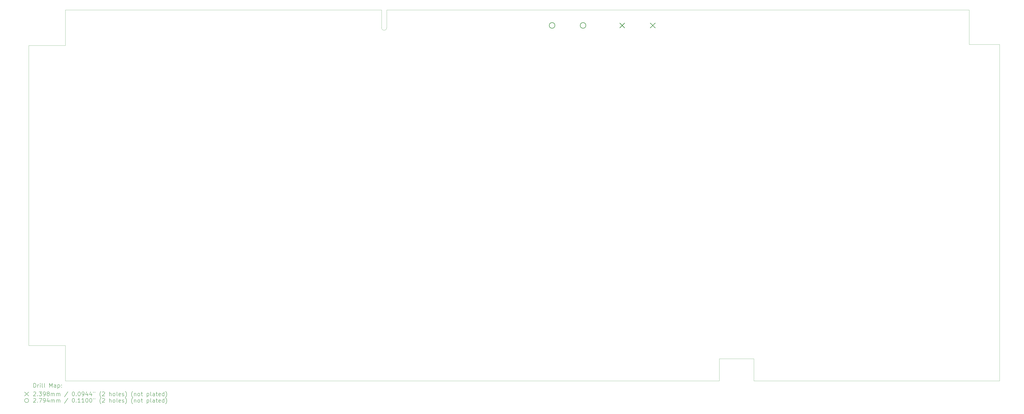
<source format=gbr>
%TF.GenerationSoftware,KiCad,Pcbnew,7.0.1-0*%
%TF.CreationDate,2023-07-16T16:39:23+03:00*%
%TF.ProjectId,HC2000,48433230-3030-42e6-9b69-6361645f7063,rev?*%
%TF.SameCoordinates,Original*%
%TF.FileFunction,Drillmap*%
%TF.FilePolarity,Positive*%
%FSLAX45Y45*%
G04 Gerber Fmt 4.5, Leading zero omitted, Abs format (unit mm)*
G04 Created by KiCad (PCBNEW 7.0.1-0) date 2023-07-16 16:39:23*
%MOMM*%
%LPD*%
G01*
G04 APERTURE LIST*
%ADD10C,0.100000*%
%ADD11C,0.200000*%
%ADD12C,0.239776*%
%ADD13C,0.279400*%
G04 APERTURE END LIST*
D10*
X44000000Y-27200000D02*
X44000000Y-28300000D01*
X56300000Y-11700000D02*
X56300000Y-10000000D01*
X45700000Y-28300000D02*
X45700000Y-27200000D01*
X11800000Y-26550000D02*
X10000000Y-26550000D01*
X11800000Y-28300000D02*
X44000000Y-28300000D01*
X57800000Y-11700000D02*
X57800000Y-28300000D01*
X11800000Y-11750000D02*
X10000000Y-11750000D01*
X45700000Y-27200000D02*
X44000000Y-27200000D01*
X10000000Y-11750000D02*
X10000000Y-26550000D01*
X11800000Y-10000000D02*
X11800000Y-11750000D01*
X27371000Y-10000000D02*
X27371000Y-10873000D01*
X27371000Y-10000000D02*
X11800000Y-10000000D01*
X27625000Y-10000000D02*
X56300000Y-10000000D01*
X27371000Y-10873000D02*
G75*
G03*
X27625000Y-10873000I127000J0D01*
G01*
X57800000Y-11700000D02*
X56300000Y-11700000D01*
X27625000Y-10873000D02*
X27625000Y-10000000D01*
X11800000Y-28300000D02*
X11800000Y-26550000D01*
X57800000Y-28300000D02*
X45700000Y-28300000D01*
D11*
D12*
X39099704Y-10642112D02*
X39339480Y-10881888D01*
X39339480Y-10642112D02*
X39099704Y-10881888D01*
X40599320Y-10642112D02*
X40839096Y-10881888D01*
X40839096Y-10642112D02*
X40599320Y-10881888D01*
D13*
X35907300Y-10762000D02*
G75*
G03*
X35907300Y-10762000I-139700J0D01*
G01*
X37431300Y-10762000D02*
G75*
G03*
X37431300Y-10762000I-139700J0D01*
G01*
D11*
X10242619Y-28617524D02*
X10242619Y-28417524D01*
X10242619Y-28417524D02*
X10290238Y-28417524D01*
X10290238Y-28417524D02*
X10318810Y-28427048D01*
X10318810Y-28427048D02*
X10337857Y-28446095D01*
X10337857Y-28446095D02*
X10347381Y-28465143D01*
X10347381Y-28465143D02*
X10356905Y-28503238D01*
X10356905Y-28503238D02*
X10356905Y-28531809D01*
X10356905Y-28531809D02*
X10347381Y-28569905D01*
X10347381Y-28569905D02*
X10337857Y-28588952D01*
X10337857Y-28588952D02*
X10318810Y-28608000D01*
X10318810Y-28608000D02*
X10290238Y-28617524D01*
X10290238Y-28617524D02*
X10242619Y-28617524D01*
X10442619Y-28617524D02*
X10442619Y-28484190D01*
X10442619Y-28522286D02*
X10452143Y-28503238D01*
X10452143Y-28503238D02*
X10461667Y-28493714D01*
X10461667Y-28493714D02*
X10480714Y-28484190D01*
X10480714Y-28484190D02*
X10499762Y-28484190D01*
X10566429Y-28617524D02*
X10566429Y-28484190D01*
X10566429Y-28417524D02*
X10556905Y-28427048D01*
X10556905Y-28427048D02*
X10566429Y-28436571D01*
X10566429Y-28436571D02*
X10575952Y-28427048D01*
X10575952Y-28427048D02*
X10566429Y-28417524D01*
X10566429Y-28417524D02*
X10566429Y-28436571D01*
X10690238Y-28617524D02*
X10671190Y-28608000D01*
X10671190Y-28608000D02*
X10661667Y-28588952D01*
X10661667Y-28588952D02*
X10661667Y-28417524D01*
X10795000Y-28617524D02*
X10775952Y-28608000D01*
X10775952Y-28608000D02*
X10766429Y-28588952D01*
X10766429Y-28588952D02*
X10766429Y-28417524D01*
X11023571Y-28617524D02*
X11023571Y-28417524D01*
X11023571Y-28417524D02*
X11090238Y-28560381D01*
X11090238Y-28560381D02*
X11156905Y-28417524D01*
X11156905Y-28417524D02*
X11156905Y-28617524D01*
X11337857Y-28617524D02*
X11337857Y-28512762D01*
X11337857Y-28512762D02*
X11328333Y-28493714D01*
X11328333Y-28493714D02*
X11309286Y-28484190D01*
X11309286Y-28484190D02*
X11271190Y-28484190D01*
X11271190Y-28484190D02*
X11252143Y-28493714D01*
X11337857Y-28608000D02*
X11318809Y-28617524D01*
X11318809Y-28617524D02*
X11271190Y-28617524D01*
X11271190Y-28617524D02*
X11252143Y-28608000D01*
X11252143Y-28608000D02*
X11242619Y-28588952D01*
X11242619Y-28588952D02*
X11242619Y-28569905D01*
X11242619Y-28569905D02*
X11252143Y-28550857D01*
X11252143Y-28550857D02*
X11271190Y-28541333D01*
X11271190Y-28541333D02*
X11318809Y-28541333D01*
X11318809Y-28541333D02*
X11337857Y-28531809D01*
X11433095Y-28484190D02*
X11433095Y-28684190D01*
X11433095Y-28493714D02*
X11452143Y-28484190D01*
X11452143Y-28484190D02*
X11490238Y-28484190D01*
X11490238Y-28484190D02*
X11509286Y-28493714D01*
X11509286Y-28493714D02*
X11518809Y-28503238D01*
X11518809Y-28503238D02*
X11528333Y-28522286D01*
X11528333Y-28522286D02*
X11528333Y-28579428D01*
X11528333Y-28579428D02*
X11518809Y-28598476D01*
X11518809Y-28598476D02*
X11509286Y-28608000D01*
X11509286Y-28608000D02*
X11490238Y-28617524D01*
X11490238Y-28617524D02*
X11452143Y-28617524D01*
X11452143Y-28617524D02*
X11433095Y-28608000D01*
X11614048Y-28598476D02*
X11623571Y-28608000D01*
X11623571Y-28608000D02*
X11614048Y-28617524D01*
X11614048Y-28617524D02*
X11604524Y-28608000D01*
X11604524Y-28608000D02*
X11614048Y-28598476D01*
X11614048Y-28598476D02*
X11614048Y-28617524D01*
X11614048Y-28493714D02*
X11623571Y-28503238D01*
X11623571Y-28503238D02*
X11614048Y-28512762D01*
X11614048Y-28512762D02*
X11604524Y-28503238D01*
X11604524Y-28503238D02*
X11614048Y-28493714D01*
X11614048Y-28493714D02*
X11614048Y-28512762D01*
X9795000Y-28845000D02*
X9995000Y-29045000D01*
X9995000Y-28845000D02*
X9795000Y-29045000D01*
X10233095Y-28856571D02*
X10242619Y-28847048D01*
X10242619Y-28847048D02*
X10261667Y-28837524D01*
X10261667Y-28837524D02*
X10309286Y-28837524D01*
X10309286Y-28837524D02*
X10328333Y-28847048D01*
X10328333Y-28847048D02*
X10337857Y-28856571D01*
X10337857Y-28856571D02*
X10347381Y-28875619D01*
X10347381Y-28875619D02*
X10347381Y-28894667D01*
X10347381Y-28894667D02*
X10337857Y-28923238D01*
X10337857Y-28923238D02*
X10223571Y-29037524D01*
X10223571Y-29037524D02*
X10347381Y-29037524D01*
X10433095Y-29018476D02*
X10442619Y-29028000D01*
X10442619Y-29028000D02*
X10433095Y-29037524D01*
X10433095Y-29037524D02*
X10423571Y-29028000D01*
X10423571Y-29028000D02*
X10433095Y-29018476D01*
X10433095Y-29018476D02*
X10433095Y-29037524D01*
X10509286Y-28837524D02*
X10633095Y-28837524D01*
X10633095Y-28837524D02*
X10566429Y-28913714D01*
X10566429Y-28913714D02*
X10595000Y-28913714D01*
X10595000Y-28913714D02*
X10614048Y-28923238D01*
X10614048Y-28923238D02*
X10623571Y-28932762D01*
X10623571Y-28932762D02*
X10633095Y-28951809D01*
X10633095Y-28951809D02*
X10633095Y-28999428D01*
X10633095Y-28999428D02*
X10623571Y-29018476D01*
X10623571Y-29018476D02*
X10614048Y-29028000D01*
X10614048Y-29028000D02*
X10595000Y-29037524D01*
X10595000Y-29037524D02*
X10537857Y-29037524D01*
X10537857Y-29037524D02*
X10518810Y-29028000D01*
X10518810Y-29028000D02*
X10509286Y-29018476D01*
X10728333Y-29037524D02*
X10766429Y-29037524D01*
X10766429Y-29037524D02*
X10785476Y-29028000D01*
X10785476Y-29028000D02*
X10795000Y-29018476D01*
X10795000Y-29018476D02*
X10814048Y-28989905D01*
X10814048Y-28989905D02*
X10823571Y-28951809D01*
X10823571Y-28951809D02*
X10823571Y-28875619D01*
X10823571Y-28875619D02*
X10814048Y-28856571D01*
X10814048Y-28856571D02*
X10804524Y-28847048D01*
X10804524Y-28847048D02*
X10785476Y-28837524D01*
X10785476Y-28837524D02*
X10747381Y-28837524D01*
X10747381Y-28837524D02*
X10728333Y-28847048D01*
X10728333Y-28847048D02*
X10718810Y-28856571D01*
X10718810Y-28856571D02*
X10709286Y-28875619D01*
X10709286Y-28875619D02*
X10709286Y-28923238D01*
X10709286Y-28923238D02*
X10718810Y-28942286D01*
X10718810Y-28942286D02*
X10728333Y-28951809D01*
X10728333Y-28951809D02*
X10747381Y-28961333D01*
X10747381Y-28961333D02*
X10785476Y-28961333D01*
X10785476Y-28961333D02*
X10804524Y-28951809D01*
X10804524Y-28951809D02*
X10814048Y-28942286D01*
X10814048Y-28942286D02*
X10823571Y-28923238D01*
X10937857Y-28923238D02*
X10918810Y-28913714D01*
X10918810Y-28913714D02*
X10909286Y-28904190D01*
X10909286Y-28904190D02*
X10899762Y-28885143D01*
X10899762Y-28885143D02*
X10899762Y-28875619D01*
X10899762Y-28875619D02*
X10909286Y-28856571D01*
X10909286Y-28856571D02*
X10918810Y-28847048D01*
X10918810Y-28847048D02*
X10937857Y-28837524D01*
X10937857Y-28837524D02*
X10975952Y-28837524D01*
X10975952Y-28837524D02*
X10995000Y-28847048D01*
X10995000Y-28847048D02*
X11004524Y-28856571D01*
X11004524Y-28856571D02*
X11014048Y-28875619D01*
X11014048Y-28875619D02*
X11014048Y-28885143D01*
X11014048Y-28885143D02*
X11004524Y-28904190D01*
X11004524Y-28904190D02*
X10995000Y-28913714D01*
X10995000Y-28913714D02*
X10975952Y-28923238D01*
X10975952Y-28923238D02*
X10937857Y-28923238D01*
X10937857Y-28923238D02*
X10918810Y-28932762D01*
X10918810Y-28932762D02*
X10909286Y-28942286D01*
X10909286Y-28942286D02*
X10899762Y-28961333D01*
X10899762Y-28961333D02*
X10899762Y-28999428D01*
X10899762Y-28999428D02*
X10909286Y-29018476D01*
X10909286Y-29018476D02*
X10918810Y-29028000D01*
X10918810Y-29028000D02*
X10937857Y-29037524D01*
X10937857Y-29037524D02*
X10975952Y-29037524D01*
X10975952Y-29037524D02*
X10995000Y-29028000D01*
X10995000Y-29028000D02*
X11004524Y-29018476D01*
X11004524Y-29018476D02*
X11014048Y-28999428D01*
X11014048Y-28999428D02*
X11014048Y-28961333D01*
X11014048Y-28961333D02*
X11004524Y-28942286D01*
X11004524Y-28942286D02*
X10995000Y-28932762D01*
X10995000Y-28932762D02*
X10975952Y-28923238D01*
X11099762Y-29037524D02*
X11099762Y-28904190D01*
X11099762Y-28923238D02*
X11109286Y-28913714D01*
X11109286Y-28913714D02*
X11128333Y-28904190D01*
X11128333Y-28904190D02*
X11156905Y-28904190D01*
X11156905Y-28904190D02*
X11175952Y-28913714D01*
X11175952Y-28913714D02*
X11185476Y-28932762D01*
X11185476Y-28932762D02*
X11185476Y-29037524D01*
X11185476Y-28932762D02*
X11195000Y-28913714D01*
X11195000Y-28913714D02*
X11214048Y-28904190D01*
X11214048Y-28904190D02*
X11242619Y-28904190D01*
X11242619Y-28904190D02*
X11261667Y-28913714D01*
X11261667Y-28913714D02*
X11271190Y-28932762D01*
X11271190Y-28932762D02*
X11271190Y-29037524D01*
X11366429Y-29037524D02*
X11366429Y-28904190D01*
X11366429Y-28923238D02*
X11375952Y-28913714D01*
X11375952Y-28913714D02*
X11395000Y-28904190D01*
X11395000Y-28904190D02*
X11423571Y-28904190D01*
X11423571Y-28904190D02*
X11442619Y-28913714D01*
X11442619Y-28913714D02*
X11452143Y-28932762D01*
X11452143Y-28932762D02*
X11452143Y-29037524D01*
X11452143Y-28932762D02*
X11461667Y-28913714D01*
X11461667Y-28913714D02*
X11480714Y-28904190D01*
X11480714Y-28904190D02*
X11509286Y-28904190D01*
X11509286Y-28904190D02*
X11528333Y-28913714D01*
X11528333Y-28913714D02*
X11537857Y-28932762D01*
X11537857Y-28932762D02*
X11537857Y-29037524D01*
X11928333Y-28828000D02*
X11756905Y-29085143D01*
X12185476Y-28837524D02*
X12204524Y-28837524D01*
X12204524Y-28837524D02*
X12223572Y-28847048D01*
X12223572Y-28847048D02*
X12233095Y-28856571D01*
X12233095Y-28856571D02*
X12242619Y-28875619D01*
X12242619Y-28875619D02*
X12252143Y-28913714D01*
X12252143Y-28913714D02*
X12252143Y-28961333D01*
X12252143Y-28961333D02*
X12242619Y-28999428D01*
X12242619Y-28999428D02*
X12233095Y-29018476D01*
X12233095Y-29018476D02*
X12223572Y-29028000D01*
X12223572Y-29028000D02*
X12204524Y-29037524D01*
X12204524Y-29037524D02*
X12185476Y-29037524D01*
X12185476Y-29037524D02*
X12166429Y-29028000D01*
X12166429Y-29028000D02*
X12156905Y-29018476D01*
X12156905Y-29018476D02*
X12147381Y-28999428D01*
X12147381Y-28999428D02*
X12137857Y-28961333D01*
X12137857Y-28961333D02*
X12137857Y-28913714D01*
X12137857Y-28913714D02*
X12147381Y-28875619D01*
X12147381Y-28875619D02*
X12156905Y-28856571D01*
X12156905Y-28856571D02*
X12166429Y-28847048D01*
X12166429Y-28847048D02*
X12185476Y-28837524D01*
X12337857Y-29018476D02*
X12347381Y-29028000D01*
X12347381Y-29028000D02*
X12337857Y-29037524D01*
X12337857Y-29037524D02*
X12328333Y-29028000D01*
X12328333Y-29028000D02*
X12337857Y-29018476D01*
X12337857Y-29018476D02*
X12337857Y-29037524D01*
X12471191Y-28837524D02*
X12490238Y-28837524D01*
X12490238Y-28837524D02*
X12509286Y-28847048D01*
X12509286Y-28847048D02*
X12518810Y-28856571D01*
X12518810Y-28856571D02*
X12528333Y-28875619D01*
X12528333Y-28875619D02*
X12537857Y-28913714D01*
X12537857Y-28913714D02*
X12537857Y-28961333D01*
X12537857Y-28961333D02*
X12528333Y-28999428D01*
X12528333Y-28999428D02*
X12518810Y-29018476D01*
X12518810Y-29018476D02*
X12509286Y-29028000D01*
X12509286Y-29028000D02*
X12490238Y-29037524D01*
X12490238Y-29037524D02*
X12471191Y-29037524D01*
X12471191Y-29037524D02*
X12452143Y-29028000D01*
X12452143Y-29028000D02*
X12442619Y-29018476D01*
X12442619Y-29018476D02*
X12433095Y-28999428D01*
X12433095Y-28999428D02*
X12423572Y-28961333D01*
X12423572Y-28961333D02*
X12423572Y-28913714D01*
X12423572Y-28913714D02*
X12433095Y-28875619D01*
X12433095Y-28875619D02*
X12442619Y-28856571D01*
X12442619Y-28856571D02*
X12452143Y-28847048D01*
X12452143Y-28847048D02*
X12471191Y-28837524D01*
X12633095Y-29037524D02*
X12671191Y-29037524D01*
X12671191Y-29037524D02*
X12690238Y-29028000D01*
X12690238Y-29028000D02*
X12699762Y-29018476D01*
X12699762Y-29018476D02*
X12718810Y-28989905D01*
X12718810Y-28989905D02*
X12728333Y-28951809D01*
X12728333Y-28951809D02*
X12728333Y-28875619D01*
X12728333Y-28875619D02*
X12718810Y-28856571D01*
X12718810Y-28856571D02*
X12709286Y-28847048D01*
X12709286Y-28847048D02*
X12690238Y-28837524D01*
X12690238Y-28837524D02*
X12652143Y-28837524D01*
X12652143Y-28837524D02*
X12633095Y-28847048D01*
X12633095Y-28847048D02*
X12623572Y-28856571D01*
X12623572Y-28856571D02*
X12614048Y-28875619D01*
X12614048Y-28875619D02*
X12614048Y-28923238D01*
X12614048Y-28923238D02*
X12623572Y-28942286D01*
X12623572Y-28942286D02*
X12633095Y-28951809D01*
X12633095Y-28951809D02*
X12652143Y-28961333D01*
X12652143Y-28961333D02*
X12690238Y-28961333D01*
X12690238Y-28961333D02*
X12709286Y-28951809D01*
X12709286Y-28951809D02*
X12718810Y-28942286D01*
X12718810Y-28942286D02*
X12728333Y-28923238D01*
X12899762Y-28904190D02*
X12899762Y-29037524D01*
X12852143Y-28828000D02*
X12804524Y-28970857D01*
X12804524Y-28970857D02*
X12928333Y-28970857D01*
X13090238Y-28904190D02*
X13090238Y-29037524D01*
X13042619Y-28828000D02*
X12995000Y-28970857D01*
X12995000Y-28970857D02*
X13118810Y-28970857D01*
X13185476Y-28837524D02*
X13185476Y-28875619D01*
X13261667Y-28837524D02*
X13261667Y-28875619D01*
X13556905Y-29113714D02*
X13547381Y-29104190D01*
X13547381Y-29104190D02*
X13528334Y-29075619D01*
X13528334Y-29075619D02*
X13518810Y-29056571D01*
X13518810Y-29056571D02*
X13509286Y-29028000D01*
X13509286Y-29028000D02*
X13499762Y-28980381D01*
X13499762Y-28980381D02*
X13499762Y-28942286D01*
X13499762Y-28942286D02*
X13509286Y-28894667D01*
X13509286Y-28894667D02*
X13518810Y-28866095D01*
X13518810Y-28866095D02*
X13528334Y-28847048D01*
X13528334Y-28847048D02*
X13547381Y-28818476D01*
X13547381Y-28818476D02*
X13556905Y-28808952D01*
X13623572Y-28856571D02*
X13633095Y-28847048D01*
X13633095Y-28847048D02*
X13652143Y-28837524D01*
X13652143Y-28837524D02*
X13699762Y-28837524D01*
X13699762Y-28837524D02*
X13718810Y-28847048D01*
X13718810Y-28847048D02*
X13728334Y-28856571D01*
X13728334Y-28856571D02*
X13737857Y-28875619D01*
X13737857Y-28875619D02*
X13737857Y-28894667D01*
X13737857Y-28894667D02*
X13728334Y-28923238D01*
X13728334Y-28923238D02*
X13614048Y-29037524D01*
X13614048Y-29037524D02*
X13737857Y-29037524D01*
X13975953Y-29037524D02*
X13975953Y-28837524D01*
X14061667Y-29037524D02*
X14061667Y-28932762D01*
X14061667Y-28932762D02*
X14052143Y-28913714D01*
X14052143Y-28913714D02*
X14033096Y-28904190D01*
X14033096Y-28904190D02*
X14004524Y-28904190D01*
X14004524Y-28904190D02*
X13985476Y-28913714D01*
X13985476Y-28913714D02*
X13975953Y-28923238D01*
X14185476Y-29037524D02*
X14166429Y-29028000D01*
X14166429Y-29028000D02*
X14156905Y-29018476D01*
X14156905Y-29018476D02*
X14147381Y-28999428D01*
X14147381Y-28999428D02*
X14147381Y-28942286D01*
X14147381Y-28942286D02*
X14156905Y-28923238D01*
X14156905Y-28923238D02*
X14166429Y-28913714D01*
X14166429Y-28913714D02*
X14185476Y-28904190D01*
X14185476Y-28904190D02*
X14214048Y-28904190D01*
X14214048Y-28904190D02*
X14233096Y-28913714D01*
X14233096Y-28913714D02*
X14242619Y-28923238D01*
X14242619Y-28923238D02*
X14252143Y-28942286D01*
X14252143Y-28942286D02*
X14252143Y-28999428D01*
X14252143Y-28999428D02*
X14242619Y-29018476D01*
X14242619Y-29018476D02*
X14233096Y-29028000D01*
X14233096Y-29028000D02*
X14214048Y-29037524D01*
X14214048Y-29037524D02*
X14185476Y-29037524D01*
X14366429Y-29037524D02*
X14347381Y-29028000D01*
X14347381Y-29028000D02*
X14337857Y-29008952D01*
X14337857Y-29008952D02*
X14337857Y-28837524D01*
X14518810Y-29028000D02*
X14499762Y-29037524D01*
X14499762Y-29037524D02*
X14461667Y-29037524D01*
X14461667Y-29037524D02*
X14442619Y-29028000D01*
X14442619Y-29028000D02*
X14433096Y-29008952D01*
X14433096Y-29008952D02*
X14433096Y-28932762D01*
X14433096Y-28932762D02*
X14442619Y-28913714D01*
X14442619Y-28913714D02*
X14461667Y-28904190D01*
X14461667Y-28904190D02*
X14499762Y-28904190D01*
X14499762Y-28904190D02*
X14518810Y-28913714D01*
X14518810Y-28913714D02*
X14528334Y-28932762D01*
X14528334Y-28932762D02*
X14528334Y-28951809D01*
X14528334Y-28951809D02*
X14433096Y-28970857D01*
X14604524Y-29028000D02*
X14623572Y-29037524D01*
X14623572Y-29037524D02*
X14661667Y-29037524D01*
X14661667Y-29037524D02*
X14680715Y-29028000D01*
X14680715Y-29028000D02*
X14690238Y-29008952D01*
X14690238Y-29008952D02*
X14690238Y-28999428D01*
X14690238Y-28999428D02*
X14680715Y-28980381D01*
X14680715Y-28980381D02*
X14661667Y-28970857D01*
X14661667Y-28970857D02*
X14633096Y-28970857D01*
X14633096Y-28970857D02*
X14614048Y-28961333D01*
X14614048Y-28961333D02*
X14604524Y-28942286D01*
X14604524Y-28942286D02*
X14604524Y-28932762D01*
X14604524Y-28932762D02*
X14614048Y-28913714D01*
X14614048Y-28913714D02*
X14633096Y-28904190D01*
X14633096Y-28904190D02*
X14661667Y-28904190D01*
X14661667Y-28904190D02*
X14680715Y-28913714D01*
X14756905Y-29113714D02*
X14766429Y-29104190D01*
X14766429Y-29104190D02*
X14785477Y-29075619D01*
X14785477Y-29075619D02*
X14795000Y-29056571D01*
X14795000Y-29056571D02*
X14804524Y-29028000D01*
X14804524Y-29028000D02*
X14814048Y-28980381D01*
X14814048Y-28980381D02*
X14814048Y-28942286D01*
X14814048Y-28942286D02*
X14804524Y-28894667D01*
X14804524Y-28894667D02*
X14795000Y-28866095D01*
X14795000Y-28866095D02*
X14785477Y-28847048D01*
X14785477Y-28847048D02*
X14766429Y-28818476D01*
X14766429Y-28818476D02*
X14756905Y-28808952D01*
X15118810Y-29113714D02*
X15109286Y-29104190D01*
X15109286Y-29104190D02*
X15090238Y-29075619D01*
X15090238Y-29075619D02*
X15080715Y-29056571D01*
X15080715Y-29056571D02*
X15071191Y-29028000D01*
X15071191Y-29028000D02*
X15061667Y-28980381D01*
X15061667Y-28980381D02*
X15061667Y-28942286D01*
X15061667Y-28942286D02*
X15071191Y-28894667D01*
X15071191Y-28894667D02*
X15080715Y-28866095D01*
X15080715Y-28866095D02*
X15090238Y-28847048D01*
X15090238Y-28847048D02*
X15109286Y-28818476D01*
X15109286Y-28818476D02*
X15118810Y-28808952D01*
X15195000Y-28904190D02*
X15195000Y-29037524D01*
X15195000Y-28923238D02*
X15204524Y-28913714D01*
X15204524Y-28913714D02*
X15223572Y-28904190D01*
X15223572Y-28904190D02*
X15252143Y-28904190D01*
X15252143Y-28904190D02*
X15271191Y-28913714D01*
X15271191Y-28913714D02*
X15280715Y-28932762D01*
X15280715Y-28932762D02*
X15280715Y-29037524D01*
X15404524Y-29037524D02*
X15385477Y-29028000D01*
X15385477Y-29028000D02*
X15375953Y-29018476D01*
X15375953Y-29018476D02*
X15366429Y-28999428D01*
X15366429Y-28999428D02*
X15366429Y-28942286D01*
X15366429Y-28942286D02*
X15375953Y-28923238D01*
X15375953Y-28923238D02*
X15385477Y-28913714D01*
X15385477Y-28913714D02*
X15404524Y-28904190D01*
X15404524Y-28904190D02*
X15433096Y-28904190D01*
X15433096Y-28904190D02*
X15452143Y-28913714D01*
X15452143Y-28913714D02*
X15461667Y-28923238D01*
X15461667Y-28923238D02*
X15471191Y-28942286D01*
X15471191Y-28942286D02*
X15471191Y-28999428D01*
X15471191Y-28999428D02*
X15461667Y-29018476D01*
X15461667Y-29018476D02*
X15452143Y-29028000D01*
X15452143Y-29028000D02*
X15433096Y-29037524D01*
X15433096Y-29037524D02*
X15404524Y-29037524D01*
X15528334Y-28904190D02*
X15604524Y-28904190D01*
X15556905Y-28837524D02*
X15556905Y-29008952D01*
X15556905Y-29008952D02*
X15566429Y-29028000D01*
X15566429Y-29028000D02*
X15585477Y-29037524D01*
X15585477Y-29037524D02*
X15604524Y-29037524D01*
X15823572Y-28904190D02*
X15823572Y-29104190D01*
X15823572Y-28913714D02*
X15842619Y-28904190D01*
X15842619Y-28904190D02*
X15880715Y-28904190D01*
X15880715Y-28904190D02*
X15899762Y-28913714D01*
X15899762Y-28913714D02*
X15909286Y-28923238D01*
X15909286Y-28923238D02*
X15918810Y-28942286D01*
X15918810Y-28942286D02*
X15918810Y-28999428D01*
X15918810Y-28999428D02*
X15909286Y-29018476D01*
X15909286Y-29018476D02*
X15899762Y-29028000D01*
X15899762Y-29028000D02*
X15880715Y-29037524D01*
X15880715Y-29037524D02*
X15842619Y-29037524D01*
X15842619Y-29037524D02*
X15823572Y-29028000D01*
X16033096Y-29037524D02*
X16014048Y-29028000D01*
X16014048Y-29028000D02*
X16004524Y-29008952D01*
X16004524Y-29008952D02*
X16004524Y-28837524D01*
X16195000Y-29037524D02*
X16195000Y-28932762D01*
X16195000Y-28932762D02*
X16185477Y-28913714D01*
X16185477Y-28913714D02*
X16166429Y-28904190D01*
X16166429Y-28904190D02*
X16128334Y-28904190D01*
X16128334Y-28904190D02*
X16109286Y-28913714D01*
X16195000Y-29028000D02*
X16175953Y-29037524D01*
X16175953Y-29037524D02*
X16128334Y-29037524D01*
X16128334Y-29037524D02*
X16109286Y-29028000D01*
X16109286Y-29028000D02*
X16099762Y-29008952D01*
X16099762Y-29008952D02*
X16099762Y-28989905D01*
X16099762Y-28989905D02*
X16109286Y-28970857D01*
X16109286Y-28970857D02*
X16128334Y-28961333D01*
X16128334Y-28961333D02*
X16175953Y-28961333D01*
X16175953Y-28961333D02*
X16195000Y-28951809D01*
X16261667Y-28904190D02*
X16337858Y-28904190D01*
X16290239Y-28837524D02*
X16290239Y-29008952D01*
X16290239Y-29008952D02*
X16299762Y-29028000D01*
X16299762Y-29028000D02*
X16318810Y-29037524D01*
X16318810Y-29037524D02*
X16337858Y-29037524D01*
X16480715Y-29028000D02*
X16461667Y-29037524D01*
X16461667Y-29037524D02*
X16423572Y-29037524D01*
X16423572Y-29037524D02*
X16404524Y-29028000D01*
X16404524Y-29028000D02*
X16395000Y-29008952D01*
X16395000Y-29008952D02*
X16395000Y-28932762D01*
X16395000Y-28932762D02*
X16404524Y-28913714D01*
X16404524Y-28913714D02*
X16423572Y-28904190D01*
X16423572Y-28904190D02*
X16461667Y-28904190D01*
X16461667Y-28904190D02*
X16480715Y-28913714D01*
X16480715Y-28913714D02*
X16490239Y-28932762D01*
X16490239Y-28932762D02*
X16490239Y-28951809D01*
X16490239Y-28951809D02*
X16395000Y-28970857D01*
X16661667Y-29037524D02*
X16661667Y-28837524D01*
X16661667Y-29028000D02*
X16642620Y-29037524D01*
X16642620Y-29037524D02*
X16604524Y-29037524D01*
X16604524Y-29037524D02*
X16585477Y-29028000D01*
X16585477Y-29028000D02*
X16575953Y-29018476D01*
X16575953Y-29018476D02*
X16566429Y-28999428D01*
X16566429Y-28999428D02*
X16566429Y-28942286D01*
X16566429Y-28942286D02*
X16575953Y-28923238D01*
X16575953Y-28923238D02*
X16585477Y-28913714D01*
X16585477Y-28913714D02*
X16604524Y-28904190D01*
X16604524Y-28904190D02*
X16642620Y-28904190D01*
X16642620Y-28904190D02*
X16661667Y-28913714D01*
X16737858Y-29113714D02*
X16747381Y-29104190D01*
X16747381Y-29104190D02*
X16766429Y-29075619D01*
X16766429Y-29075619D02*
X16775953Y-29056571D01*
X16775953Y-29056571D02*
X16785477Y-29028000D01*
X16785477Y-29028000D02*
X16795001Y-28980381D01*
X16795001Y-28980381D02*
X16795001Y-28942286D01*
X16795001Y-28942286D02*
X16785477Y-28894667D01*
X16785477Y-28894667D02*
X16775953Y-28866095D01*
X16775953Y-28866095D02*
X16766429Y-28847048D01*
X16766429Y-28847048D02*
X16747381Y-28818476D01*
X16747381Y-28818476D02*
X16737858Y-28808952D01*
X9995000Y-29265000D02*
G75*
G03*
X9995000Y-29265000I-100000J0D01*
G01*
X10233095Y-29176571D02*
X10242619Y-29167048D01*
X10242619Y-29167048D02*
X10261667Y-29157524D01*
X10261667Y-29157524D02*
X10309286Y-29157524D01*
X10309286Y-29157524D02*
X10328333Y-29167048D01*
X10328333Y-29167048D02*
X10337857Y-29176571D01*
X10337857Y-29176571D02*
X10347381Y-29195619D01*
X10347381Y-29195619D02*
X10347381Y-29214667D01*
X10347381Y-29214667D02*
X10337857Y-29243238D01*
X10337857Y-29243238D02*
X10223571Y-29357524D01*
X10223571Y-29357524D02*
X10347381Y-29357524D01*
X10433095Y-29338476D02*
X10442619Y-29348000D01*
X10442619Y-29348000D02*
X10433095Y-29357524D01*
X10433095Y-29357524D02*
X10423571Y-29348000D01*
X10423571Y-29348000D02*
X10433095Y-29338476D01*
X10433095Y-29338476D02*
X10433095Y-29357524D01*
X10509286Y-29157524D02*
X10642619Y-29157524D01*
X10642619Y-29157524D02*
X10556905Y-29357524D01*
X10728333Y-29357524D02*
X10766429Y-29357524D01*
X10766429Y-29357524D02*
X10785476Y-29348000D01*
X10785476Y-29348000D02*
X10795000Y-29338476D01*
X10795000Y-29338476D02*
X10814048Y-29309905D01*
X10814048Y-29309905D02*
X10823571Y-29271809D01*
X10823571Y-29271809D02*
X10823571Y-29195619D01*
X10823571Y-29195619D02*
X10814048Y-29176571D01*
X10814048Y-29176571D02*
X10804524Y-29167048D01*
X10804524Y-29167048D02*
X10785476Y-29157524D01*
X10785476Y-29157524D02*
X10747381Y-29157524D01*
X10747381Y-29157524D02*
X10728333Y-29167048D01*
X10728333Y-29167048D02*
X10718810Y-29176571D01*
X10718810Y-29176571D02*
X10709286Y-29195619D01*
X10709286Y-29195619D02*
X10709286Y-29243238D01*
X10709286Y-29243238D02*
X10718810Y-29262286D01*
X10718810Y-29262286D02*
X10728333Y-29271809D01*
X10728333Y-29271809D02*
X10747381Y-29281333D01*
X10747381Y-29281333D02*
X10785476Y-29281333D01*
X10785476Y-29281333D02*
X10804524Y-29271809D01*
X10804524Y-29271809D02*
X10814048Y-29262286D01*
X10814048Y-29262286D02*
X10823571Y-29243238D01*
X10995000Y-29224190D02*
X10995000Y-29357524D01*
X10947381Y-29148000D02*
X10899762Y-29290857D01*
X10899762Y-29290857D02*
X11023571Y-29290857D01*
X11099762Y-29357524D02*
X11099762Y-29224190D01*
X11099762Y-29243238D02*
X11109286Y-29233714D01*
X11109286Y-29233714D02*
X11128333Y-29224190D01*
X11128333Y-29224190D02*
X11156905Y-29224190D01*
X11156905Y-29224190D02*
X11175952Y-29233714D01*
X11175952Y-29233714D02*
X11185476Y-29252762D01*
X11185476Y-29252762D02*
X11185476Y-29357524D01*
X11185476Y-29252762D02*
X11195000Y-29233714D01*
X11195000Y-29233714D02*
X11214048Y-29224190D01*
X11214048Y-29224190D02*
X11242619Y-29224190D01*
X11242619Y-29224190D02*
X11261667Y-29233714D01*
X11261667Y-29233714D02*
X11271190Y-29252762D01*
X11271190Y-29252762D02*
X11271190Y-29357524D01*
X11366429Y-29357524D02*
X11366429Y-29224190D01*
X11366429Y-29243238D02*
X11375952Y-29233714D01*
X11375952Y-29233714D02*
X11395000Y-29224190D01*
X11395000Y-29224190D02*
X11423571Y-29224190D01*
X11423571Y-29224190D02*
X11442619Y-29233714D01*
X11442619Y-29233714D02*
X11452143Y-29252762D01*
X11452143Y-29252762D02*
X11452143Y-29357524D01*
X11452143Y-29252762D02*
X11461667Y-29233714D01*
X11461667Y-29233714D02*
X11480714Y-29224190D01*
X11480714Y-29224190D02*
X11509286Y-29224190D01*
X11509286Y-29224190D02*
X11528333Y-29233714D01*
X11528333Y-29233714D02*
X11537857Y-29252762D01*
X11537857Y-29252762D02*
X11537857Y-29357524D01*
X11928333Y-29148000D02*
X11756905Y-29405143D01*
X12185476Y-29157524D02*
X12204524Y-29157524D01*
X12204524Y-29157524D02*
X12223572Y-29167048D01*
X12223572Y-29167048D02*
X12233095Y-29176571D01*
X12233095Y-29176571D02*
X12242619Y-29195619D01*
X12242619Y-29195619D02*
X12252143Y-29233714D01*
X12252143Y-29233714D02*
X12252143Y-29281333D01*
X12252143Y-29281333D02*
X12242619Y-29319428D01*
X12242619Y-29319428D02*
X12233095Y-29338476D01*
X12233095Y-29338476D02*
X12223572Y-29348000D01*
X12223572Y-29348000D02*
X12204524Y-29357524D01*
X12204524Y-29357524D02*
X12185476Y-29357524D01*
X12185476Y-29357524D02*
X12166429Y-29348000D01*
X12166429Y-29348000D02*
X12156905Y-29338476D01*
X12156905Y-29338476D02*
X12147381Y-29319428D01*
X12147381Y-29319428D02*
X12137857Y-29281333D01*
X12137857Y-29281333D02*
X12137857Y-29233714D01*
X12137857Y-29233714D02*
X12147381Y-29195619D01*
X12147381Y-29195619D02*
X12156905Y-29176571D01*
X12156905Y-29176571D02*
X12166429Y-29167048D01*
X12166429Y-29167048D02*
X12185476Y-29157524D01*
X12337857Y-29338476D02*
X12347381Y-29348000D01*
X12347381Y-29348000D02*
X12337857Y-29357524D01*
X12337857Y-29357524D02*
X12328333Y-29348000D01*
X12328333Y-29348000D02*
X12337857Y-29338476D01*
X12337857Y-29338476D02*
X12337857Y-29357524D01*
X12537857Y-29357524D02*
X12423572Y-29357524D01*
X12480714Y-29357524D02*
X12480714Y-29157524D01*
X12480714Y-29157524D02*
X12461667Y-29186095D01*
X12461667Y-29186095D02*
X12442619Y-29205143D01*
X12442619Y-29205143D02*
X12423572Y-29214667D01*
X12728333Y-29357524D02*
X12614048Y-29357524D01*
X12671191Y-29357524D02*
X12671191Y-29157524D01*
X12671191Y-29157524D02*
X12652143Y-29186095D01*
X12652143Y-29186095D02*
X12633095Y-29205143D01*
X12633095Y-29205143D02*
X12614048Y-29214667D01*
X12852143Y-29157524D02*
X12871191Y-29157524D01*
X12871191Y-29157524D02*
X12890238Y-29167048D01*
X12890238Y-29167048D02*
X12899762Y-29176571D01*
X12899762Y-29176571D02*
X12909286Y-29195619D01*
X12909286Y-29195619D02*
X12918810Y-29233714D01*
X12918810Y-29233714D02*
X12918810Y-29281333D01*
X12918810Y-29281333D02*
X12909286Y-29319428D01*
X12909286Y-29319428D02*
X12899762Y-29338476D01*
X12899762Y-29338476D02*
X12890238Y-29348000D01*
X12890238Y-29348000D02*
X12871191Y-29357524D01*
X12871191Y-29357524D02*
X12852143Y-29357524D01*
X12852143Y-29357524D02*
X12833095Y-29348000D01*
X12833095Y-29348000D02*
X12823572Y-29338476D01*
X12823572Y-29338476D02*
X12814048Y-29319428D01*
X12814048Y-29319428D02*
X12804524Y-29281333D01*
X12804524Y-29281333D02*
X12804524Y-29233714D01*
X12804524Y-29233714D02*
X12814048Y-29195619D01*
X12814048Y-29195619D02*
X12823572Y-29176571D01*
X12823572Y-29176571D02*
X12833095Y-29167048D01*
X12833095Y-29167048D02*
X12852143Y-29157524D01*
X13042619Y-29157524D02*
X13061667Y-29157524D01*
X13061667Y-29157524D02*
X13080714Y-29167048D01*
X13080714Y-29167048D02*
X13090238Y-29176571D01*
X13090238Y-29176571D02*
X13099762Y-29195619D01*
X13099762Y-29195619D02*
X13109286Y-29233714D01*
X13109286Y-29233714D02*
X13109286Y-29281333D01*
X13109286Y-29281333D02*
X13099762Y-29319428D01*
X13099762Y-29319428D02*
X13090238Y-29338476D01*
X13090238Y-29338476D02*
X13080714Y-29348000D01*
X13080714Y-29348000D02*
X13061667Y-29357524D01*
X13061667Y-29357524D02*
X13042619Y-29357524D01*
X13042619Y-29357524D02*
X13023572Y-29348000D01*
X13023572Y-29348000D02*
X13014048Y-29338476D01*
X13014048Y-29338476D02*
X13004524Y-29319428D01*
X13004524Y-29319428D02*
X12995000Y-29281333D01*
X12995000Y-29281333D02*
X12995000Y-29233714D01*
X12995000Y-29233714D02*
X13004524Y-29195619D01*
X13004524Y-29195619D02*
X13014048Y-29176571D01*
X13014048Y-29176571D02*
X13023572Y-29167048D01*
X13023572Y-29167048D02*
X13042619Y-29157524D01*
X13185476Y-29157524D02*
X13185476Y-29195619D01*
X13261667Y-29157524D02*
X13261667Y-29195619D01*
X13556905Y-29433714D02*
X13547381Y-29424190D01*
X13547381Y-29424190D02*
X13528334Y-29395619D01*
X13528334Y-29395619D02*
X13518810Y-29376571D01*
X13518810Y-29376571D02*
X13509286Y-29348000D01*
X13509286Y-29348000D02*
X13499762Y-29300381D01*
X13499762Y-29300381D02*
X13499762Y-29262286D01*
X13499762Y-29262286D02*
X13509286Y-29214667D01*
X13509286Y-29214667D02*
X13518810Y-29186095D01*
X13518810Y-29186095D02*
X13528334Y-29167048D01*
X13528334Y-29167048D02*
X13547381Y-29138476D01*
X13547381Y-29138476D02*
X13556905Y-29128952D01*
X13623572Y-29176571D02*
X13633095Y-29167048D01*
X13633095Y-29167048D02*
X13652143Y-29157524D01*
X13652143Y-29157524D02*
X13699762Y-29157524D01*
X13699762Y-29157524D02*
X13718810Y-29167048D01*
X13718810Y-29167048D02*
X13728334Y-29176571D01*
X13728334Y-29176571D02*
X13737857Y-29195619D01*
X13737857Y-29195619D02*
X13737857Y-29214667D01*
X13737857Y-29214667D02*
X13728334Y-29243238D01*
X13728334Y-29243238D02*
X13614048Y-29357524D01*
X13614048Y-29357524D02*
X13737857Y-29357524D01*
X13975953Y-29357524D02*
X13975953Y-29157524D01*
X14061667Y-29357524D02*
X14061667Y-29252762D01*
X14061667Y-29252762D02*
X14052143Y-29233714D01*
X14052143Y-29233714D02*
X14033096Y-29224190D01*
X14033096Y-29224190D02*
X14004524Y-29224190D01*
X14004524Y-29224190D02*
X13985476Y-29233714D01*
X13985476Y-29233714D02*
X13975953Y-29243238D01*
X14185476Y-29357524D02*
X14166429Y-29348000D01*
X14166429Y-29348000D02*
X14156905Y-29338476D01*
X14156905Y-29338476D02*
X14147381Y-29319428D01*
X14147381Y-29319428D02*
X14147381Y-29262286D01*
X14147381Y-29262286D02*
X14156905Y-29243238D01*
X14156905Y-29243238D02*
X14166429Y-29233714D01*
X14166429Y-29233714D02*
X14185476Y-29224190D01*
X14185476Y-29224190D02*
X14214048Y-29224190D01*
X14214048Y-29224190D02*
X14233096Y-29233714D01*
X14233096Y-29233714D02*
X14242619Y-29243238D01*
X14242619Y-29243238D02*
X14252143Y-29262286D01*
X14252143Y-29262286D02*
X14252143Y-29319428D01*
X14252143Y-29319428D02*
X14242619Y-29338476D01*
X14242619Y-29338476D02*
X14233096Y-29348000D01*
X14233096Y-29348000D02*
X14214048Y-29357524D01*
X14214048Y-29357524D02*
X14185476Y-29357524D01*
X14366429Y-29357524D02*
X14347381Y-29348000D01*
X14347381Y-29348000D02*
X14337857Y-29328952D01*
X14337857Y-29328952D02*
X14337857Y-29157524D01*
X14518810Y-29348000D02*
X14499762Y-29357524D01*
X14499762Y-29357524D02*
X14461667Y-29357524D01*
X14461667Y-29357524D02*
X14442619Y-29348000D01*
X14442619Y-29348000D02*
X14433096Y-29328952D01*
X14433096Y-29328952D02*
X14433096Y-29252762D01*
X14433096Y-29252762D02*
X14442619Y-29233714D01*
X14442619Y-29233714D02*
X14461667Y-29224190D01*
X14461667Y-29224190D02*
X14499762Y-29224190D01*
X14499762Y-29224190D02*
X14518810Y-29233714D01*
X14518810Y-29233714D02*
X14528334Y-29252762D01*
X14528334Y-29252762D02*
X14528334Y-29271809D01*
X14528334Y-29271809D02*
X14433096Y-29290857D01*
X14604524Y-29348000D02*
X14623572Y-29357524D01*
X14623572Y-29357524D02*
X14661667Y-29357524D01*
X14661667Y-29357524D02*
X14680715Y-29348000D01*
X14680715Y-29348000D02*
X14690238Y-29328952D01*
X14690238Y-29328952D02*
X14690238Y-29319428D01*
X14690238Y-29319428D02*
X14680715Y-29300381D01*
X14680715Y-29300381D02*
X14661667Y-29290857D01*
X14661667Y-29290857D02*
X14633096Y-29290857D01*
X14633096Y-29290857D02*
X14614048Y-29281333D01*
X14614048Y-29281333D02*
X14604524Y-29262286D01*
X14604524Y-29262286D02*
X14604524Y-29252762D01*
X14604524Y-29252762D02*
X14614048Y-29233714D01*
X14614048Y-29233714D02*
X14633096Y-29224190D01*
X14633096Y-29224190D02*
X14661667Y-29224190D01*
X14661667Y-29224190D02*
X14680715Y-29233714D01*
X14756905Y-29433714D02*
X14766429Y-29424190D01*
X14766429Y-29424190D02*
X14785477Y-29395619D01*
X14785477Y-29395619D02*
X14795000Y-29376571D01*
X14795000Y-29376571D02*
X14804524Y-29348000D01*
X14804524Y-29348000D02*
X14814048Y-29300381D01*
X14814048Y-29300381D02*
X14814048Y-29262286D01*
X14814048Y-29262286D02*
X14804524Y-29214667D01*
X14804524Y-29214667D02*
X14795000Y-29186095D01*
X14795000Y-29186095D02*
X14785477Y-29167048D01*
X14785477Y-29167048D02*
X14766429Y-29138476D01*
X14766429Y-29138476D02*
X14756905Y-29128952D01*
X15118810Y-29433714D02*
X15109286Y-29424190D01*
X15109286Y-29424190D02*
X15090238Y-29395619D01*
X15090238Y-29395619D02*
X15080715Y-29376571D01*
X15080715Y-29376571D02*
X15071191Y-29348000D01*
X15071191Y-29348000D02*
X15061667Y-29300381D01*
X15061667Y-29300381D02*
X15061667Y-29262286D01*
X15061667Y-29262286D02*
X15071191Y-29214667D01*
X15071191Y-29214667D02*
X15080715Y-29186095D01*
X15080715Y-29186095D02*
X15090238Y-29167048D01*
X15090238Y-29167048D02*
X15109286Y-29138476D01*
X15109286Y-29138476D02*
X15118810Y-29128952D01*
X15195000Y-29224190D02*
X15195000Y-29357524D01*
X15195000Y-29243238D02*
X15204524Y-29233714D01*
X15204524Y-29233714D02*
X15223572Y-29224190D01*
X15223572Y-29224190D02*
X15252143Y-29224190D01*
X15252143Y-29224190D02*
X15271191Y-29233714D01*
X15271191Y-29233714D02*
X15280715Y-29252762D01*
X15280715Y-29252762D02*
X15280715Y-29357524D01*
X15404524Y-29357524D02*
X15385477Y-29348000D01*
X15385477Y-29348000D02*
X15375953Y-29338476D01*
X15375953Y-29338476D02*
X15366429Y-29319428D01*
X15366429Y-29319428D02*
X15366429Y-29262286D01*
X15366429Y-29262286D02*
X15375953Y-29243238D01*
X15375953Y-29243238D02*
X15385477Y-29233714D01*
X15385477Y-29233714D02*
X15404524Y-29224190D01*
X15404524Y-29224190D02*
X15433096Y-29224190D01*
X15433096Y-29224190D02*
X15452143Y-29233714D01*
X15452143Y-29233714D02*
X15461667Y-29243238D01*
X15461667Y-29243238D02*
X15471191Y-29262286D01*
X15471191Y-29262286D02*
X15471191Y-29319428D01*
X15471191Y-29319428D02*
X15461667Y-29338476D01*
X15461667Y-29338476D02*
X15452143Y-29348000D01*
X15452143Y-29348000D02*
X15433096Y-29357524D01*
X15433096Y-29357524D02*
X15404524Y-29357524D01*
X15528334Y-29224190D02*
X15604524Y-29224190D01*
X15556905Y-29157524D02*
X15556905Y-29328952D01*
X15556905Y-29328952D02*
X15566429Y-29348000D01*
X15566429Y-29348000D02*
X15585477Y-29357524D01*
X15585477Y-29357524D02*
X15604524Y-29357524D01*
X15823572Y-29224190D02*
X15823572Y-29424190D01*
X15823572Y-29233714D02*
X15842619Y-29224190D01*
X15842619Y-29224190D02*
X15880715Y-29224190D01*
X15880715Y-29224190D02*
X15899762Y-29233714D01*
X15899762Y-29233714D02*
X15909286Y-29243238D01*
X15909286Y-29243238D02*
X15918810Y-29262286D01*
X15918810Y-29262286D02*
X15918810Y-29319428D01*
X15918810Y-29319428D02*
X15909286Y-29338476D01*
X15909286Y-29338476D02*
X15899762Y-29348000D01*
X15899762Y-29348000D02*
X15880715Y-29357524D01*
X15880715Y-29357524D02*
X15842619Y-29357524D01*
X15842619Y-29357524D02*
X15823572Y-29348000D01*
X16033096Y-29357524D02*
X16014048Y-29348000D01*
X16014048Y-29348000D02*
X16004524Y-29328952D01*
X16004524Y-29328952D02*
X16004524Y-29157524D01*
X16195000Y-29357524D02*
X16195000Y-29252762D01*
X16195000Y-29252762D02*
X16185477Y-29233714D01*
X16185477Y-29233714D02*
X16166429Y-29224190D01*
X16166429Y-29224190D02*
X16128334Y-29224190D01*
X16128334Y-29224190D02*
X16109286Y-29233714D01*
X16195000Y-29348000D02*
X16175953Y-29357524D01*
X16175953Y-29357524D02*
X16128334Y-29357524D01*
X16128334Y-29357524D02*
X16109286Y-29348000D01*
X16109286Y-29348000D02*
X16099762Y-29328952D01*
X16099762Y-29328952D02*
X16099762Y-29309905D01*
X16099762Y-29309905D02*
X16109286Y-29290857D01*
X16109286Y-29290857D02*
X16128334Y-29281333D01*
X16128334Y-29281333D02*
X16175953Y-29281333D01*
X16175953Y-29281333D02*
X16195000Y-29271809D01*
X16261667Y-29224190D02*
X16337858Y-29224190D01*
X16290239Y-29157524D02*
X16290239Y-29328952D01*
X16290239Y-29328952D02*
X16299762Y-29348000D01*
X16299762Y-29348000D02*
X16318810Y-29357524D01*
X16318810Y-29357524D02*
X16337858Y-29357524D01*
X16480715Y-29348000D02*
X16461667Y-29357524D01*
X16461667Y-29357524D02*
X16423572Y-29357524D01*
X16423572Y-29357524D02*
X16404524Y-29348000D01*
X16404524Y-29348000D02*
X16395000Y-29328952D01*
X16395000Y-29328952D02*
X16395000Y-29252762D01*
X16395000Y-29252762D02*
X16404524Y-29233714D01*
X16404524Y-29233714D02*
X16423572Y-29224190D01*
X16423572Y-29224190D02*
X16461667Y-29224190D01*
X16461667Y-29224190D02*
X16480715Y-29233714D01*
X16480715Y-29233714D02*
X16490239Y-29252762D01*
X16490239Y-29252762D02*
X16490239Y-29271809D01*
X16490239Y-29271809D02*
X16395000Y-29290857D01*
X16661667Y-29357524D02*
X16661667Y-29157524D01*
X16661667Y-29348000D02*
X16642620Y-29357524D01*
X16642620Y-29357524D02*
X16604524Y-29357524D01*
X16604524Y-29357524D02*
X16585477Y-29348000D01*
X16585477Y-29348000D02*
X16575953Y-29338476D01*
X16575953Y-29338476D02*
X16566429Y-29319428D01*
X16566429Y-29319428D02*
X16566429Y-29262286D01*
X16566429Y-29262286D02*
X16575953Y-29243238D01*
X16575953Y-29243238D02*
X16585477Y-29233714D01*
X16585477Y-29233714D02*
X16604524Y-29224190D01*
X16604524Y-29224190D02*
X16642620Y-29224190D01*
X16642620Y-29224190D02*
X16661667Y-29233714D01*
X16737858Y-29433714D02*
X16747381Y-29424190D01*
X16747381Y-29424190D02*
X16766429Y-29395619D01*
X16766429Y-29395619D02*
X16775953Y-29376571D01*
X16775953Y-29376571D02*
X16785477Y-29348000D01*
X16785477Y-29348000D02*
X16795001Y-29300381D01*
X16795001Y-29300381D02*
X16795001Y-29262286D01*
X16795001Y-29262286D02*
X16785477Y-29214667D01*
X16785477Y-29214667D02*
X16775953Y-29186095D01*
X16775953Y-29186095D02*
X16766429Y-29167048D01*
X16766429Y-29167048D02*
X16747381Y-29138476D01*
X16747381Y-29138476D02*
X16737858Y-29128952D01*
M02*

</source>
